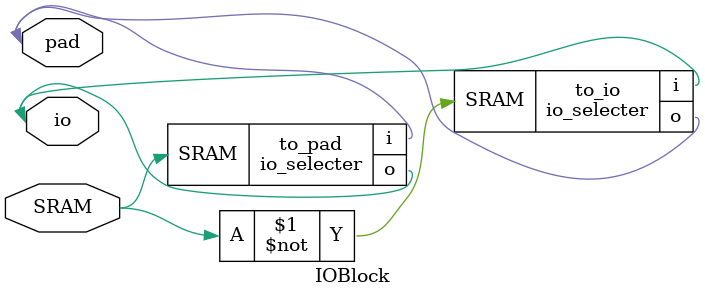
<source format=v>
`ifndef _IOBlock_
`define _IOBlock_

//

module io_selecter(
	SRAM,i,o);

input SRAM;
inout i;
inout o;

tri w;

parameter empty_value = 1'bz;

assign w = SRAM ? o : empty_value;
assign i = w;

endmodule

module IOBlock(
	SRAM,pad,io);


input SRAM;
inout pad;
inout io;

io_selecter to_pad(SRAM,pad,io);
io_selecter to_io(~SRAM,io,pad);


endmodule


`endif//_IOBlock_

</source>
